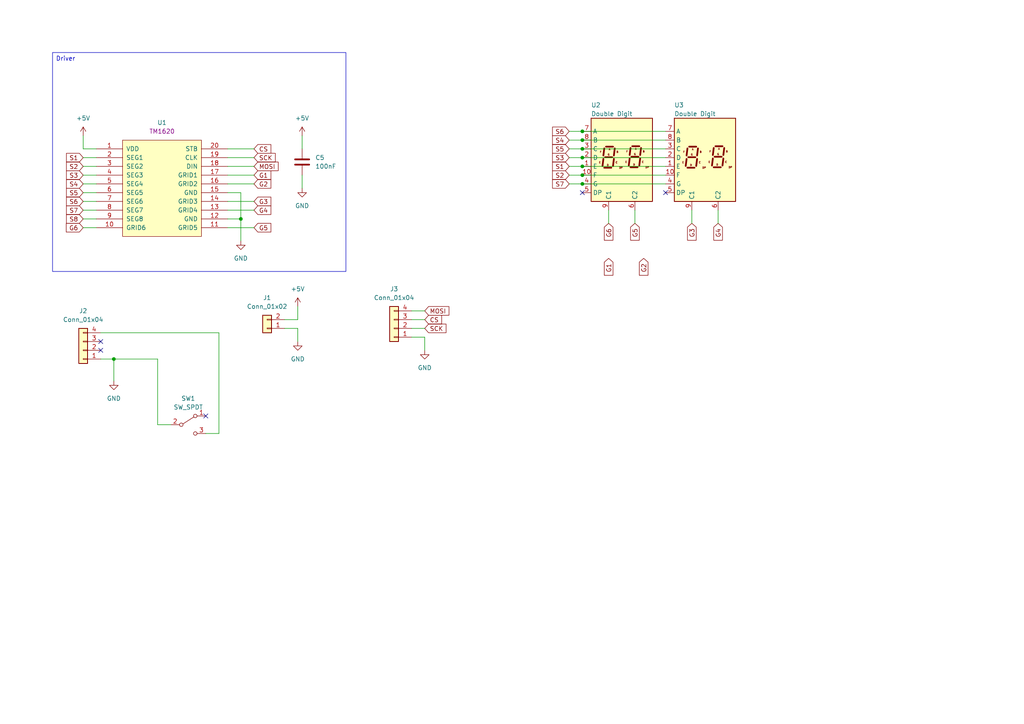
<source format=kicad_sch>
(kicad_sch (version 20230121) (generator eeschema)

  (uuid 63aa01c1-cb74-45aa-9461-2e944ac07051)

  (paper "A4")

  (lib_symbols
    (symbol "Connector_Generic:Conn_01x02" (pin_names (offset 1.016) hide) (in_bom yes) (on_board yes)
      (property "Reference" "J" (at 0 2.54 0)
        (effects (font (size 1.27 1.27)))
      )
      (property "Value" "Conn_01x02" (at 0 -5.08 0)
        (effects (font (size 1.27 1.27)))
      )
      (property "Footprint" "" (at 0 0 0)
        (effects (font (size 1.27 1.27)) hide)
      )
      (property "Datasheet" "~" (at 0 0 0)
        (effects (font (size 1.27 1.27)) hide)
      )
      (property "ki_keywords" "connector" (at 0 0 0)
        (effects (font (size 1.27 1.27)) hide)
      )
      (property "ki_description" "Generic connector, single row, 01x02, script generated (kicad-library-utils/schlib/autogen/connector/)" (at 0 0 0)
        (effects (font (size 1.27 1.27)) hide)
      )
      (property "ki_fp_filters" "Connector*:*_1x??_*" (at 0 0 0)
        (effects (font (size 1.27 1.27)) hide)
      )
      (symbol "Conn_01x02_1_1"
        (rectangle (start -1.27 -2.413) (end 0 -2.667)
          (stroke (width 0.1524) (type default))
          (fill (type none))
        )
        (rectangle (start -1.27 0.127) (end 0 -0.127)
          (stroke (width 0.1524) (type default))
          (fill (type none))
        )
        (rectangle (start -1.27 1.27) (end 1.27 -3.81)
          (stroke (width 0.254) (type default))
          (fill (type background))
        )
        (pin passive line (at -5.08 0 0) (length 3.81)
          (name "Pin_1" (effects (font (size 1.27 1.27))))
          (number "1" (effects (font (size 1.27 1.27))))
        )
        (pin passive line (at -5.08 -2.54 0) (length 3.81)
          (name "Pin_2" (effects (font (size 1.27 1.27))))
          (number "2" (effects (font (size 1.27 1.27))))
        )
      )
    )
    (symbol "Connector_Generic:Conn_01x04" (pin_names (offset 1.016) hide) (in_bom yes) (on_board yes)
      (property "Reference" "J" (at 0 5.08 0)
        (effects (font (size 1.27 1.27)))
      )
      (property "Value" "Conn_01x04" (at 0 -7.62 0)
        (effects (font (size 1.27 1.27)))
      )
      (property "Footprint" "" (at 0 0 0)
        (effects (font (size 1.27 1.27)) hide)
      )
      (property "Datasheet" "~" (at 0 0 0)
        (effects (font (size 1.27 1.27)) hide)
      )
      (property "ki_keywords" "connector" (at 0 0 0)
        (effects (font (size 1.27 1.27)) hide)
      )
      (property "ki_description" "Generic connector, single row, 01x04, script generated (kicad-library-utils/schlib/autogen/connector/)" (at 0 0 0)
        (effects (font (size 1.27 1.27)) hide)
      )
      (property "ki_fp_filters" "Connector*:*_1x??_*" (at 0 0 0)
        (effects (font (size 1.27 1.27)) hide)
      )
      (symbol "Conn_01x04_1_1"
        (rectangle (start -1.27 -4.953) (end 0 -5.207)
          (stroke (width 0.1524) (type default))
          (fill (type none))
        )
        (rectangle (start -1.27 -2.413) (end 0 -2.667)
          (stroke (width 0.1524) (type default))
          (fill (type none))
        )
        (rectangle (start -1.27 0.127) (end 0 -0.127)
          (stroke (width 0.1524) (type default))
          (fill (type none))
        )
        (rectangle (start -1.27 2.667) (end 0 2.413)
          (stroke (width 0.1524) (type default))
          (fill (type none))
        )
        (rectangle (start -1.27 3.81) (end 1.27 -6.35)
          (stroke (width 0.254) (type default))
          (fill (type background))
        )
        (pin passive line (at -5.08 2.54 0) (length 3.81)
          (name "Pin_1" (effects (font (size 1.27 1.27))))
          (number "1" (effects (font (size 1.27 1.27))))
        )
        (pin passive line (at -5.08 0 0) (length 3.81)
          (name "Pin_2" (effects (font (size 1.27 1.27))))
          (number "2" (effects (font (size 1.27 1.27))))
        )
        (pin passive line (at -5.08 -2.54 0) (length 3.81)
          (name "Pin_3" (effects (font (size 1.27 1.27))))
          (number "3" (effects (font (size 1.27 1.27))))
        )
        (pin passive line (at -5.08 -5.08 0) (length 3.81)
          (name "Pin_4" (effects (font (size 1.27 1.27))))
          (number "4" (effects (font (size 1.27 1.27))))
        )
      )
    )
    (symbol "Device:C" (pin_numbers hide) (pin_names (offset 0.254)) (in_bom yes) (on_board yes)
      (property "Reference" "C" (at 0.635 2.54 0)
        (effects (font (size 1.27 1.27)) (justify left))
      )
      (property "Value" "C" (at 0.635 -2.54 0)
        (effects (font (size 1.27 1.27)) (justify left))
      )
      (property "Footprint" "" (at 0.9652 -3.81 0)
        (effects (font (size 1.27 1.27)) hide)
      )
      (property "Datasheet" "~" (at 0 0 0)
        (effects (font (size 1.27 1.27)) hide)
      )
      (property "ki_keywords" "cap capacitor" (at 0 0 0)
        (effects (font (size 1.27 1.27)) hide)
      )
      (property "ki_description" "Unpolarized capacitor" (at 0 0 0)
        (effects (font (size 1.27 1.27)) hide)
      )
      (property "ki_fp_filters" "C_*" (at 0 0 0)
        (effects (font (size 1.27 1.27)) hide)
      )
      (symbol "C_0_1"
        (polyline
          (pts
            (xy -2.032 -0.762)
            (xy 2.032 -0.762)
          )
          (stroke (width 0.508) (type default))
          (fill (type none))
        )
        (polyline
          (pts
            (xy -2.032 0.762)
            (xy 2.032 0.762)
          )
          (stroke (width 0.508) (type default))
          (fill (type none))
        )
      )
      (symbol "C_1_1"
        (pin passive line (at 0 3.81 270) (length 2.794)
          (name "~" (effects (font (size 1.27 1.27))))
          (number "1" (effects (font (size 1.27 1.27))))
        )
        (pin passive line (at 0 -3.81 90) (length 2.794)
          (name "~" (effects (font (size 1.27 1.27))))
          (number "2" (effects (font (size 1.27 1.27))))
        )
      )
    )
    (symbol "Switch:SW_SPDT" (pin_names (offset 0) hide) (in_bom yes) (on_board yes)
      (property "Reference" "SW" (at 0 4.318 0)
        (effects (font (size 1.27 1.27)))
      )
      (property "Value" "SW_SPDT" (at 0 -5.08 0)
        (effects (font (size 1.27 1.27)))
      )
      (property "Footprint" "" (at 0 0 0)
        (effects (font (size 1.27 1.27)) hide)
      )
      (property "Datasheet" "~" (at 0 0 0)
        (effects (font (size 1.27 1.27)) hide)
      )
      (property "ki_keywords" "switch single-pole double-throw spdt ON-ON" (at 0 0 0)
        (effects (font (size 1.27 1.27)) hide)
      )
      (property "ki_description" "Switch, single pole double throw" (at 0 0 0)
        (effects (font (size 1.27 1.27)) hide)
      )
      (symbol "SW_SPDT_0_0"
        (circle (center -2.032 0) (radius 0.508)
          (stroke (width 0) (type default))
          (fill (type none))
        )
        (circle (center 2.032 -2.54) (radius 0.508)
          (stroke (width 0) (type default))
          (fill (type none))
        )
      )
      (symbol "SW_SPDT_0_1"
        (polyline
          (pts
            (xy -1.524 0.254)
            (xy 1.651 2.286)
          )
          (stroke (width 0) (type default))
          (fill (type none))
        )
        (circle (center 2.032 2.54) (radius 0.508)
          (stroke (width 0) (type default))
          (fill (type none))
        )
      )
      (symbol "SW_SPDT_1_1"
        (pin passive line (at 5.08 2.54 180) (length 2.54)
          (name "A" (effects (font (size 1.27 1.27))))
          (number "1" (effects (font (size 1.27 1.27))))
        )
        (pin passive line (at -5.08 0 0) (length 2.54)
          (name "B" (effects (font (size 1.27 1.27))))
          (number "2" (effects (font (size 1.27 1.27))))
        )
        (pin passive line (at 5.08 -2.54 180) (length 2.54)
          (name "C" (effects (font (size 1.27 1.27))))
          (number "3" (effects (font (size 1.27 1.27))))
        )
      )
    )
    (symbol "kiu:7 Segment Common Cathode CC" (in_bom yes) (on_board yes)
      (property "Reference" "U" (at -3.81 12.7 0)
        (effects (font (size 1.27 1.27)))
      )
      (property "Value" "Double Digit" (at 6.35 12.7 0)
        (effects (font (size 1.27 1.27)))
      )
      (property "Footprint" "Display_7Segment:Sx39-1xxxxx" (at 0 -13.97 0)
        (effects (font (size 1.27 1.27)) hide)
      )
      (property "Datasheet" "" (at 0 0 0)
        (effects (font (size 1.27 1.27)) hide)
      )
      (property "ki_keywords" "display LED 7-segment" (at 0 0 0)
        (effects (font (size 1.27 1.27)) hide)
      )
      (property "ki_fp_filters" "S?39?1*" (at 0 0 0)
        (effects (font (size 1.27 1.27)) hide)
      )
      (symbol "7 Segment Common Cathode CC_1_0"
        (text "A" (at 0.254 2.413 0)
          (effects (font (size 0.508 0.508)))
        )
        (text "A" (at 7.874 2.54 0)
          (effects (font (size 0.508 0.508)))
        )
        (text "B" (at 2.54 1.651 0)
          (effects (font (size 0.508 0.508)))
        )
        (text "B" (at 10.16 1.778 0)
          (effects (font (size 0.508 0.508)))
        )
        (text "C" (at 2.286 -1.397 0)
          (effects (font (size 0.508 0.508)))
        )
        (text "C" (at 9.906 -1.27 0)
          (effects (font (size 0.508 0.508)))
        )
        (text "D" (at -0.254 -2.159 0)
          (effects (font (size 0.508 0.508)))
        )
        (text "D" (at 7.366 -2.032 0)
          (effects (font (size 0.508 0.508)))
        )
        (text "DP" (at 3.556 -2.921 0)
          (effects (font (size 0.508 0.508)))
        )
        (text "DP" (at 11.176 -2.794 0)
          (effects (font (size 0.508 0.508)))
        )
        (text "E" (at -2.54 -1.397 0)
          (effects (font (size 0.508 0.508)))
        )
        (text "E" (at 5.08 -1.27 0)
          (effects (font (size 0.508 0.508)))
        )
        (text "F" (at -2.286 1.651 0)
          (effects (font (size 0.508 0.508)))
        )
        (text "F" (at 5.334 1.778 0)
          (effects (font (size 0.508 0.508)))
        )
        (text "G" (at 0 0.889 0)
          (effects (font (size 0.508 0.508)))
        )
        (text "G" (at 7.62 1.016 0)
          (effects (font (size 0.508 0.508)))
        )
      )
      (symbol "7 Segment Common Cathode CC_1_1"
        (rectangle (start -5.08 11.43) (end 12.7 -12.7)
          (stroke (width 0.254) (type default))
          (fill (type background))
        )
        (polyline
          (pts
            (xy -1.524 -0.381)
            (xy -1.778 -2.413)
          )
          (stroke (width 0.508) (type default))
          (fill (type none))
        )
        (polyline
          (pts
            (xy -1.27 -2.921)
            (xy 0.762 -2.921)
          )
          (stroke (width 0.508) (type default))
          (fill (type none))
        )
        (polyline
          (pts
            (xy -1.27 2.667)
            (xy -1.524 0.635)
          )
          (stroke (width 0.508) (type default))
          (fill (type none))
        )
        (polyline
          (pts
            (xy -1.016 0.127)
            (xy 1.016 0.127)
          )
          (stroke (width 0.508) (type default))
          (fill (type none))
        )
        (polyline
          (pts
            (xy -0.762 3.175)
            (xy 1.27 3.175)
          )
          (stroke (width 0.508) (type default))
          (fill (type none))
        )
        (polyline
          (pts
            (xy 1.524 -0.381)
            (xy 1.27 -2.413)
          )
          (stroke (width 0.508) (type default))
          (fill (type none))
        )
        (polyline
          (pts
            (xy 1.778 2.667)
            (xy 1.524 0.635)
          )
          (stroke (width 0.508) (type default))
          (fill (type none))
        )
        (polyline
          (pts
            (xy 2.54 -2.921)
            (xy 2.54 -2.921)
          )
          (stroke (width 0.508) (type default))
          (fill (type none))
        )
        (polyline
          (pts
            (xy 6.096 -0.254)
            (xy 5.842 -2.286)
          )
          (stroke (width 0.508) (type default))
          (fill (type none))
        )
        (polyline
          (pts
            (xy 6.35 -2.794)
            (xy 8.382 -2.794)
          )
          (stroke (width 0.508) (type default))
          (fill (type none))
        )
        (polyline
          (pts
            (xy 6.35 2.794)
            (xy 6.096 0.762)
          )
          (stroke (width 0.508) (type default))
          (fill (type none))
        )
        (polyline
          (pts
            (xy 6.604 0.254)
            (xy 8.636 0.254)
          )
          (stroke (width 0.508) (type default))
          (fill (type none))
        )
        (polyline
          (pts
            (xy 6.858 3.302)
            (xy 8.89 3.302)
          )
          (stroke (width 0.508) (type default))
          (fill (type none))
        )
        (polyline
          (pts
            (xy 9.144 -0.254)
            (xy 8.89 -2.286)
          )
          (stroke (width 0.508) (type default))
          (fill (type none))
        )
        (polyline
          (pts
            (xy 9.398 2.794)
            (xy 9.144 0.762)
          )
          (stroke (width 0.508) (type default))
          (fill (type none))
        )
        (polyline
          (pts
            (xy 10.16 -2.794)
            (xy 10.16 -2.794)
          )
          (stroke (width 0.508) (type default))
          (fill (type none))
        )
        (pin input line (at -7.62 -2.54 0) (length 2.54)
          (name "E" (effects (font (size 1.27 1.27))))
          (number "1" (effects (font (size 1.27 1.27))))
        )
        (pin input line (at -7.62 -5.08 0) (length 2.54)
          (name "F" (effects (font (size 1.27 1.27))))
          (number "10" (effects (font (size 1.27 1.27))))
        )
        (pin input line (at -7.62 0 0) (length 2.54)
          (name "D" (effects (font (size 1.27 1.27))))
          (number "2" (effects (font (size 1.27 1.27))))
        )
        (pin input line (at -7.62 2.54 0) (length 2.54)
          (name "C" (effects (font (size 1.27 1.27))))
          (number "3" (effects (font (size 1.27 1.27))))
        )
        (pin input line (at -7.62 -7.62 0) (length 2.54)
          (name "G" (effects (font (size 1.27 1.27))))
          (number "4" (effects (font (size 1.27 1.27))))
        )
        (pin input line (at -7.62 -10.16 0) (length 2.54)
          (name "DP" (effects (font (size 1.27 1.27))))
          (number "5" (effects (font (size 1.27 1.27))))
        )
        (pin input line (at 7.62 -15.24 90) (length 2.54)
          (name "C2" (effects (font (size 1.27 1.27))))
          (number "6" (effects (font (size 1.27 1.27))))
        )
        (pin input line (at -7.62 7.62 0) (length 2.54)
          (name "A" (effects (font (size 1.27 1.27))))
          (number "7" (effects (font (size 1.27 1.27))))
        )
        (pin input line (at -7.62 5.08 0) (length 2.54)
          (name "B" (effects (font (size 1.27 1.27))))
          (number "8" (effects (font (size 1.27 1.27))))
        )
        (pin input line (at 0 -15.24 90) (length 2.54)
          (name "C1" (effects (font (size 1.27 1.27))))
          (number "9" (effects (font (size 1.27 1.27))))
        )
      )
    )
    (symbol "kiu:TM1620_[C19579]" (pin_names (offset 1.016)) (in_bom yes) (on_board yes)
      (property "Reference" "U" (at -0.0254 1.27 0)
        (effects (font (size 1.27 1.27)) (justify left bottom))
      )
      (property "Value" "TM1620_[C19579]" (at 1.2446 3.81 0)
        (effects (font (size 1.27 1.27)) (justify left bottom) hide)
      )
      (property "Footprint" "lc_lib:SOIC-20_300MIL" (at -0.0254 -33.02 0)
        (effects (font (size 1.27 1.27)) (justify left bottom) hide)
      )
      (property "Datasheet" "http://www.szlcsc.com/product/details_20288.html" (at -0.0254 -30.48 0)
        (effects (font (size 1.27 1.27)) (justify left bottom) hide)
      )
      (property "description" "LED驱动" (at 0 0 0)
        (effects (font (size 1.27 1.27)) hide)
      )
      (property "ComponentLink1Description" "供应商链接" (at -0.0254 -35.56 0)
        (effects (font (size 1.27 1.27)) (justify left bottom) hide)
      )
      (property "Package" "SOIC-20_300mil" (at -0.0254 -38.1 0)
        (effects (font (size 1.27 1.27)) (justify left bottom) hide)
      )
      (property "Supplier" "LC" (at -0.0254 -40.64 0)
        (effects (font (size 1.27 1.27)) (justify left bottom) hide)
      )
      (property "SuppliersPartNumber" "C19579" (at -0.0254 -43.18 0)
        (effects (font (size 1.27 1.27)) (justify left bottom) hide)
      )
      (property "Notepad" "" (at -0.0254 -45.72 0)
        (effects (font (size 1.27 1.27)) (justify left bottom) hide)
      )
      (property "Comment" "TM1620" (at 3.7846 1.27 0)
        (effects (font (size 1.27 1.27)) (justify left bottom))
      )
      (symbol "TM1620_[C19579]_1_1"
        (rectangle (start 7.62 -27.94) (end 30.48 0)
          (stroke (width 0) (type solid))
          (fill (type background))
        )
        (pin passive line (at 0 -2.54 0) (length 7.62)
          (name "VDD" (effects (font (size 1.27 1.27))))
          (number "1" (effects (font (size 1.27 1.27))))
        )
        (pin passive line (at 0 -25.4 0) (length 7.62)
          (name "GRID6" (effects (font (size 1.27 1.27))))
          (number "10" (effects (font (size 1.27 1.27))))
        )
        (pin passive line (at 38.1 -25.4 180) (length 7.62)
          (name "GRID5" (effects (font (size 1.27 1.27))))
          (number "11" (effects (font (size 1.27 1.27))))
        )
        (pin passive line (at 38.1 -22.86 180) (length 7.62)
          (name "GND" (effects (font (size 1.27 1.27))))
          (number "12" (effects (font (size 1.27 1.27))))
        )
        (pin passive line (at 38.1 -20.32 180) (length 7.62)
          (name "GRID4" (effects (font (size 1.27 1.27))))
          (number "13" (effects (font (size 1.27 1.27))))
        )
        (pin passive line (at 38.1 -17.78 180) (length 7.62)
          (name "GRID3" (effects (font (size 1.27 1.27))))
          (number "14" (effects (font (size 1.27 1.27))))
        )
        (pin passive line (at 38.1 -15.24 180) (length 7.62)
          (name "GND" (effects (font (size 1.27 1.27))))
          (number "15" (effects (font (size 1.27 1.27))))
        )
        (pin passive line (at 38.1 -12.7 180) (length 7.62)
          (name "GRID2" (effects (font (size 1.27 1.27))))
          (number "16" (effects (font (size 1.27 1.27))))
        )
        (pin passive line (at 38.1 -10.16 180) (length 7.62)
          (name "GRID1" (effects (font (size 1.27 1.27))))
          (number "17" (effects (font (size 1.27 1.27))))
        )
        (pin passive line (at 38.1 -7.62 180) (length 7.62)
          (name "DIN" (effects (font (size 1.27 1.27))))
          (number "18" (effects (font (size 1.27 1.27))))
        )
        (pin passive line (at 38.1 -5.08 180) (length 7.62)
          (name "CLK" (effects (font (size 1.27 1.27))))
          (number "19" (effects (font (size 1.27 1.27))))
        )
        (pin passive line (at 0 -5.08 0) (length 7.62)
          (name "SEG1" (effects (font (size 1.27 1.27))))
          (number "2" (effects (font (size 1.27 1.27))))
        )
        (pin passive line (at 38.1 -2.54 180) (length 7.62)
          (name "STB" (effects (font (size 1.27 1.27))))
          (number "20" (effects (font (size 1.27 1.27))))
        )
        (pin passive line (at 0 -7.62 0) (length 7.62)
          (name "SEG2" (effects (font (size 1.27 1.27))))
          (number "3" (effects (font (size 1.27 1.27))))
        )
        (pin passive line (at 0 -10.16 0) (length 7.62)
          (name "SEG3" (effects (font (size 1.27 1.27))))
          (number "4" (effects (font (size 1.27 1.27))))
        )
        (pin passive line (at 0 -12.7 0) (length 7.62)
          (name "SEG4" (effects (font (size 1.27 1.27))))
          (number "5" (effects (font (size 1.27 1.27))))
        )
        (pin passive line (at 0 -15.24 0) (length 7.62)
          (name "SEG5" (effects (font (size 1.27 1.27))))
          (number "6" (effects (font (size 1.27 1.27))))
        )
        (pin passive line (at 0 -17.78 0) (length 7.62)
          (name "SEG6" (effects (font (size 1.27 1.27))))
          (number "7" (effects (font (size 1.27 1.27))))
        )
        (pin passive line (at 0 -20.32 0) (length 7.62)
          (name "SEG7" (effects (font (size 1.27 1.27))))
          (number "8" (effects (font (size 1.27 1.27))))
        )
        (pin passive line (at 0 -22.86 0) (length 7.62)
          (name "SEG8" (effects (font (size 1.27 1.27))))
          (number "9" (effects (font (size 1.27 1.27))))
        )
      )
    )
    (symbol "power:+5V" (power) (pin_names (offset 0)) (in_bom yes) (on_board yes)
      (property "Reference" "#PWR" (at 0 -3.81 0)
        (effects (font (size 1.27 1.27)) hide)
      )
      (property "Value" "+5V" (at 0 3.556 0)
        (effects (font (size 1.27 1.27)))
      )
      (property "Footprint" "" (at 0 0 0)
        (effects (font (size 1.27 1.27)) hide)
      )
      (property "Datasheet" "" (at 0 0 0)
        (effects (font (size 1.27 1.27)) hide)
      )
      (property "ki_keywords" "global power" (at 0 0 0)
        (effects (font (size 1.27 1.27)) hide)
      )
      (property "ki_description" "Power symbol creates a global label with name \"+5V\"" (at 0 0 0)
        (effects (font (size 1.27 1.27)) hide)
      )
      (symbol "+5V_0_1"
        (polyline
          (pts
            (xy -0.762 1.27)
            (xy 0 2.54)
          )
          (stroke (width 0) (type default))
          (fill (type none))
        )
        (polyline
          (pts
            (xy 0 0)
            (xy 0 2.54)
          )
          (stroke (width 0) (type default))
          (fill (type none))
        )
        (polyline
          (pts
            (xy 0 2.54)
            (xy 0.762 1.27)
          )
          (stroke (width 0) (type default))
          (fill (type none))
        )
      )
      (symbol "+5V_1_1"
        (pin power_in line (at 0 0 90) (length 0) hide
          (name "+5V" (effects (font (size 1.27 1.27))))
          (number "1" (effects (font (size 1.27 1.27))))
        )
      )
    )
    (symbol "power:GND" (power) (pin_names (offset 0)) (in_bom yes) (on_board yes)
      (property "Reference" "#PWR" (at 0 -6.35 0)
        (effects (font (size 1.27 1.27)) hide)
      )
      (property "Value" "GND" (at 0 -3.81 0)
        (effects (font (size 1.27 1.27)))
      )
      (property "Footprint" "" (at 0 0 0)
        (effects (font (size 1.27 1.27)) hide)
      )
      (property "Datasheet" "" (at 0 0 0)
        (effects (font (size 1.27 1.27)) hide)
      )
      (property "ki_keywords" "global power" (at 0 0 0)
        (effects (font (size 1.27 1.27)) hide)
      )
      (property "ki_description" "Power symbol creates a global label with name \"GND\" , ground" (at 0 0 0)
        (effects (font (size 1.27 1.27)) hide)
      )
      (symbol "GND_0_1"
        (polyline
          (pts
            (xy 0 0)
            (xy 0 -1.27)
            (xy 1.27 -1.27)
            (xy 0 -2.54)
            (xy -1.27 -1.27)
            (xy 0 -1.27)
          )
          (stroke (width 0) (type default))
          (fill (type none))
        )
      )
      (symbol "GND_1_1"
        (pin power_in line (at 0 0 270) (length 0) hide
          (name "GND" (effects (font (size 1.27 1.27))))
          (number "1" (effects (font (size 1.27 1.27))))
        )
      )
    )
  )

  (junction (at 168.91 43.18) (diameter 0) (color 0 0 0 0)
    (uuid 05101e94-e7f6-424f-acc4-9e3afeb51913)
  )
  (junction (at 168.91 38.1) (diameter 0) (color 0 0 0 0)
    (uuid 3d7039a3-ee26-4d51-861b-778141578055)
  )
  (junction (at 168.91 45.72) (diameter 0) (color 0 0 0 0)
    (uuid 5e4997c3-ff4c-464c-a7ad-6620e5391a06)
  )
  (junction (at 168.91 48.26) (diameter 0) (color 0 0 0 0)
    (uuid 68e3c7b7-ca76-46bc-951f-db00b549d12a)
  )
  (junction (at 168.91 40.64) (diameter 0) (color 0 0 0 0)
    (uuid 7eef1751-bcaa-44ae-887e-5c48739ff0de)
  )
  (junction (at 168.91 53.34) (diameter 0) (color 0 0 0 0)
    (uuid a1a48389-cbe3-42d2-bc91-b094da8c7138)
  )
  (junction (at 69.85 63.5) (diameter 0) (color 0 0 0 0)
    (uuid bf98f93c-82bc-47ff-8b99-a57f3018241f)
  )
  (junction (at 168.91 50.8) (diameter 0) (color 0 0 0 0)
    (uuid d3c45f2a-74f9-4fba-8634-aeebfe4621b8)
  )
  (junction (at 33.02 104.14) (diameter 0) (color 0 0 0 0)
    (uuid efe822ba-fefc-4632-9a39-def8fbd89de7)
  )

  (no_connect (at 29.21 101.6) (uuid 2fe34db5-0ce2-4b7c-ba09-ad1581d651cf))
  (no_connect (at 29.21 99.06) (uuid 60fb7da8-217d-4a07-961f-3f56611c73d1))
  (no_connect (at 193.04 55.88) (uuid 990a2f34-5dd8-4dc5-9571-efcfa6115895))
  (no_connect (at 59.69 120.65) (uuid daaeab2e-9a19-4937-9faa-61ea3385577a))
  (no_connect (at 168.91 55.88) (uuid dc11023c-87b4-4981-92f5-08d7afb00af8))

  (wire (pts (xy 66.04 55.88) (xy 69.85 55.88))
    (stroke (width 0) (type default))
    (uuid 00007cc7-eda6-496f-a186-e2353de70d9e)
  )
  (wire (pts (xy 82.55 92.71) (xy 86.36 92.71))
    (stroke (width 0) (type default))
    (uuid 00317222-f891-48a4-93f9-076946e3465e)
  )
  (wire (pts (xy 66.04 53.34) (xy 73.66 53.34))
    (stroke (width 0) (type default))
    (uuid 01311674-590e-4afc-8afa-32a01f62a815)
  )
  (wire (pts (xy 45.72 123.19) (xy 49.53 123.19))
    (stroke (width 0) (type default))
    (uuid 074114fb-8eaf-408a-9c72-f20243926264)
  )
  (wire (pts (xy 24.13 66.04) (xy 27.94 66.04))
    (stroke (width 0) (type default))
    (uuid 0839829b-7680-43aa-ad85-5c7d836a1a3c)
  )
  (wire (pts (xy 168.91 40.64) (xy 193.04 40.64))
    (stroke (width 0) (type default))
    (uuid 152d591c-258f-4f9f-ab02-a809defe6a2f)
  )
  (wire (pts (xy 168.91 48.26) (xy 193.04 48.26))
    (stroke (width 0) (type default))
    (uuid 2170c0cc-5894-471e-a957-d78b737ac359)
  )
  (wire (pts (xy 86.36 99.06) (xy 86.36 95.25))
    (stroke (width 0) (type default))
    (uuid 2358f792-fb9c-45b0-b598-709ee11002b1)
  )
  (wire (pts (xy 168.91 45.72) (xy 193.04 45.72))
    (stroke (width 0) (type default))
    (uuid 25575094-4a6c-488f-abbc-e9f111056c3b)
  )
  (wire (pts (xy 59.69 125.73) (xy 63.5 125.73))
    (stroke (width 0) (type default))
    (uuid 28a666a9-4af3-4246-a9d2-45431b0818d8)
  )
  (wire (pts (xy 168.91 43.18) (xy 193.04 43.18))
    (stroke (width 0) (type default))
    (uuid 28d71347-41a0-444c-810c-52a6e0fc97b2)
  )
  (wire (pts (xy 86.36 95.25) (xy 82.55 95.25))
    (stroke (width 0) (type default))
    (uuid 2ba96e13-eb2e-46d6-a03c-92fff2c9abe5)
  )
  (wire (pts (xy 66.04 60.96) (xy 73.66 60.96))
    (stroke (width 0) (type default))
    (uuid 2ead3a8d-35f3-4da1-9b2a-ad87f0a1fca9)
  )
  (wire (pts (xy 176.53 60.96) (xy 176.53 64.77))
    (stroke (width 0) (type default))
    (uuid 33ece653-dd1f-4563-91ea-5f88c9853d5a)
  )
  (wire (pts (xy 168.91 50.8) (xy 193.04 50.8))
    (stroke (width 0) (type default))
    (uuid 3e29bb59-fb85-4c13-9ceb-9ab2e61b7c81)
  )
  (wire (pts (xy 24.13 60.96) (xy 27.94 60.96))
    (stroke (width 0) (type default))
    (uuid 3ee3bb45-188a-490f-951c-ca54ede8946b)
  )
  (wire (pts (xy 24.13 48.26) (xy 27.94 48.26))
    (stroke (width 0) (type default))
    (uuid 4a44ebaa-ac13-4c68-9b77-b9aaf84c9085)
  )
  (wire (pts (xy 87.63 50.8) (xy 87.63 54.61))
    (stroke (width 0) (type default))
    (uuid 4a5e7212-7081-4683-ba1d-b46fcc6992f8)
  )
  (wire (pts (xy 66.04 50.8) (xy 73.66 50.8))
    (stroke (width 0) (type default))
    (uuid 4d480419-a9a5-425a-9d52-5b424ed96dae)
  )
  (wire (pts (xy 119.38 95.25) (xy 123.19 95.25))
    (stroke (width 0) (type default))
    (uuid 4f66de4d-3e4a-493d-8b6e-52701b07433c)
  )
  (wire (pts (xy 63.5 96.52) (xy 63.5 125.73))
    (stroke (width 0) (type default))
    (uuid 5667946a-7892-4fe7-b028-6373c8af38e8)
  )
  (wire (pts (xy 119.38 92.71) (xy 123.19 92.71))
    (stroke (width 0) (type default))
    (uuid 57ae3f12-9249-499a-976d-2c082f4bf8b8)
  )
  (wire (pts (xy 33.02 104.14) (xy 33.02 110.49))
    (stroke (width 0) (type default))
    (uuid 5be72e7c-f9c9-468d-9584-3786b1379ae5)
  )
  (wire (pts (xy 200.66 60.96) (xy 200.66 64.77))
    (stroke (width 0) (type default))
    (uuid 68dad682-fba8-43f2-8182-2b328d58ee49)
  )
  (wire (pts (xy 66.04 63.5) (xy 69.85 63.5))
    (stroke (width 0) (type default))
    (uuid 6998091e-2623-4efc-a58d-ccb3f823778d)
  )
  (wire (pts (xy 27.94 43.18) (xy 24.13 43.18))
    (stroke (width 0) (type default))
    (uuid 74d4e980-6964-4124-8724-967ff1e484c1)
  )
  (wire (pts (xy 24.13 63.5) (xy 27.94 63.5))
    (stroke (width 0) (type default))
    (uuid 74f4ef55-f765-4fe4-ae11-bfa88ca3194a)
  )
  (wire (pts (xy 123.19 97.79) (xy 119.38 97.79))
    (stroke (width 0) (type default))
    (uuid 7504243e-beb9-4d0b-8870-31e8a90bdec4)
  )
  (wire (pts (xy 184.15 60.96) (xy 184.15 64.77))
    (stroke (width 0) (type default))
    (uuid 7da3fff0-bb9a-4d45-8ff5-b218a3a1cc7d)
  )
  (wire (pts (xy 165.1 38.1) (xy 168.91 38.1))
    (stroke (width 0) (type default))
    (uuid 7ebdc5d4-8b6f-406a-b771-8fa762bcf5b9)
  )
  (wire (pts (xy 24.13 53.34) (xy 27.94 53.34))
    (stroke (width 0) (type default))
    (uuid 837084db-8e88-4722-8c31-3bf22b1accf6)
  )
  (wire (pts (xy 208.28 60.96) (xy 208.28 64.77))
    (stroke (width 0) (type default))
    (uuid 8c10e285-f81d-4686-a61a-948a2ae2e996)
  )
  (wire (pts (xy 66.04 66.04) (xy 73.66 66.04))
    (stroke (width 0) (type default))
    (uuid 8c6fa378-e585-4114-94b3-40fbf52485ed)
  )
  (wire (pts (xy 24.13 55.88) (xy 27.94 55.88))
    (stroke (width 0) (type default))
    (uuid 92771ad6-4e69-46d5-9194-8c42b372ee18)
  )
  (wire (pts (xy 29.21 96.52) (xy 63.5 96.52))
    (stroke (width 0) (type default))
    (uuid 988169ad-fc93-4b7d-b20f-f5b6e1e53f9f)
  )
  (wire (pts (xy 165.1 45.72) (xy 168.91 45.72))
    (stroke (width 0) (type default))
    (uuid 98e18aa6-d1ca-4204-b864-5c8666e6d928)
  )
  (wire (pts (xy 165.1 43.18) (xy 168.91 43.18))
    (stroke (width 0) (type default))
    (uuid a5598e6d-d7a8-438f-881a-157be6a9e803)
  )
  (wire (pts (xy 24.13 45.72) (xy 27.94 45.72))
    (stroke (width 0) (type default))
    (uuid a9e5a5c2-d3c2-4f49-80c2-8250134d51c8)
  )
  (wire (pts (xy 165.1 50.8) (xy 168.91 50.8))
    (stroke (width 0) (type default))
    (uuid acaf85bb-f741-4f75-b731-04d428b91de8)
  )
  (wire (pts (xy 123.19 101.6) (xy 123.19 97.79))
    (stroke (width 0) (type default))
    (uuid ad3337f8-d875-4617-8c84-f01edf83fec9)
  )
  (wire (pts (xy 119.38 90.17) (xy 123.19 90.17))
    (stroke (width 0) (type default))
    (uuid b89db2bc-e808-4092-a924-44d20142c5e5)
  )
  (wire (pts (xy 87.63 39.37) (xy 87.63 43.18))
    (stroke (width 0) (type default))
    (uuid bb14a196-7c7b-4bc9-b16b-a11f52eab364)
  )
  (wire (pts (xy 33.02 104.14) (xy 45.72 104.14))
    (stroke (width 0) (type default))
    (uuid bbde6a90-5522-43b6-9b64-8d9cf84c9a84)
  )
  (wire (pts (xy 69.85 63.5) (xy 69.85 69.85))
    (stroke (width 0) (type default))
    (uuid c0ea80ca-a754-4a07-854f-616be7c6eeb3)
  )
  (wire (pts (xy 168.91 38.1) (xy 193.04 38.1))
    (stroke (width 0) (type default))
    (uuid d3975693-4dc7-42c9-aa47-d2658907114c)
  )
  (wire (pts (xy 165.1 48.26) (xy 168.91 48.26))
    (stroke (width 0) (type default))
    (uuid d3b50f68-a9dd-42ee-8903-0a64cb8afb55)
  )
  (wire (pts (xy 66.04 45.72) (xy 73.66 45.72))
    (stroke (width 0) (type default))
    (uuid d4dfe464-0a27-4838-81f8-b056784346a7)
  )
  (wire (pts (xy 66.04 58.42) (xy 73.66 58.42))
    (stroke (width 0) (type default))
    (uuid d4ff4ed5-6c7f-4ccc-80b3-e4521d88dd72)
  )
  (wire (pts (xy 45.72 104.14) (xy 45.72 123.19))
    (stroke (width 0) (type default))
    (uuid d66453cc-c0f4-45ec-a0be-665a8c14cd6f)
  )
  (wire (pts (xy 86.36 92.71) (xy 86.36 88.9))
    (stroke (width 0) (type default))
    (uuid d820f8bd-f976-4f8e-8569-bda73198f0db)
  )
  (wire (pts (xy 24.13 50.8) (xy 27.94 50.8))
    (stroke (width 0) (type default))
    (uuid db6436c0-e4ca-4740-be78-6d1ec67e3d38)
  )
  (wire (pts (xy 66.04 43.18) (xy 73.66 43.18))
    (stroke (width 0) (type default))
    (uuid e3583705-e29a-41b7-b1d2-d8dd830b0753)
  )
  (wire (pts (xy 168.91 53.34) (xy 193.04 53.34))
    (stroke (width 0) (type default))
    (uuid e938bfe6-4dec-48dd-a57b-b2400d848dad)
  )
  (wire (pts (xy 24.13 43.18) (xy 24.13 39.37))
    (stroke (width 0) (type default))
    (uuid f091945a-9c8a-4d79-8e83-17241e305aae)
  )
  (wire (pts (xy 165.1 40.64) (xy 168.91 40.64))
    (stroke (width 0) (type default))
    (uuid f3b3b8ef-551c-477b-a172-02c2523e1dd5)
  )
  (wire (pts (xy 69.85 55.88) (xy 69.85 63.5))
    (stroke (width 0) (type default))
    (uuid f6282e29-2ebf-462e-bc36-58f4da216337)
  )
  (wire (pts (xy 165.1 53.34) (xy 168.91 53.34))
    (stroke (width 0) (type default))
    (uuid f898297d-509c-4308-943b-fcfb91e19935)
  )
  (wire (pts (xy 66.04 48.26) (xy 73.66 48.26))
    (stroke (width 0) (type default))
    (uuid fcae4046-c99b-4909-8863-bba46c2eac21)
  )
  (wire (pts (xy 24.13 58.42) (xy 27.94 58.42))
    (stroke (width 0) (type default))
    (uuid fce3f410-ff44-40c0-94c0-03a31af3b5dc)
  )
  (wire (pts (xy 29.21 104.14) (xy 33.02 104.14))
    (stroke (width 0) (type default))
    (uuid fe376363-c1e5-421a-b6a6-bf0ee0a42049)
  )

  (text_box "Driver"
    (at 15.24 15.24 0) (size 85.09 63.5)
    (stroke (width 0) (type default))
    (fill (type none))
    (effects (font (size 1.27 1.27)) (justify left top))
    (uuid 7c2bef72-39f5-4371-b30f-c3e84630c172)
  )

  (global_label "G3" (shape input) (at 73.66 58.42 0) (fields_autoplaced)
    (effects (font (size 1.27 1.27)) (justify left))
    (uuid 042d76b7-32b0-40cd-ba7a-e37797b35b0c)
    (property "Intersheetrefs" "${INTERSHEET_REFS}" (at 79.1247 58.42 0)
      (effects (font (size 1.27 1.27)) (justify left) hide)
    )
  )
  (global_label "S1" (shape input) (at 24.13 45.72 180) (fields_autoplaced)
    (effects (font (size 1.27 1.27)) (justify right))
    (uuid 2322b444-79aa-4137-9dbd-05839d682933)
    (property "Intersheetrefs" "${INTERSHEET_REFS}" (at 18.7258 45.72 0)
      (effects (font (size 1.27 1.27)) (justify right) hide)
    )
  )
  (global_label "S4" (shape input) (at 165.1 40.64 180) (fields_autoplaced)
    (effects (font (size 1.27 1.27)) (justify right))
    (uuid 232a8887-274c-4cb0-9472-fe2baefa4d49)
    (property "Intersheetrefs" "${INTERSHEET_REFS}" (at 159.6958 40.64 0)
      (effects (font (size 1.27 1.27)) (justify right) hide)
    )
  )
  (global_label "CS" (shape input) (at 73.66 43.18 0) (fields_autoplaced)
    (effects (font (size 1.27 1.27)) (justify left))
    (uuid 236f3881-2af5-40e3-ad4c-4d6d2500d05b)
    (property "Intersheetrefs" "${INTERSHEET_REFS}" (at 79.1247 43.18 0)
      (effects (font (size 1.27 1.27)) (justify left) hide)
    )
  )
  (global_label "SCK" (shape input) (at 73.66 45.72 0) (fields_autoplaced)
    (effects (font (size 1.27 1.27)) (justify left))
    (uuid 25ca90a7-beae-448a-b14e-0489246b429f)
    (property "Intersheetrefs" "${INTERSHEET_REFS}" (at 80.3947 45.72 0)
      (effects (font (size 1.27 1.27)) (justify left) hide)
    )
  )
  (global_label "S4" (shape input) (at 24.13 53.34 180) (fields_autoplaced)
    (effects (font (size 1.27 1.27)) (justify right))
    (uuid 278d63ae-ffd0-4d92-aed3-54dc830676af)
    (property "Intersheetrefs" "${INTERSHEET_REFS}" (at 18.7258 53.34 0)
      (effects (font (size 1.27 1.27)) (justify right) hide)
    )
  )
  (global_label "S7" (shape input) (at 165.1 53.34 180) (fields_autoplaced)
    (effects (font (size 1.27 1.27)) (justify right))
    (uuid 28a9a553-ce8e-4f43-a273-9a0b9653976d)
    (property "Intersheetrefs" "${INTERSHEET_REFS}" (at 159.6958 53.34 0)
      (effects (font (size 1.27 1.27)) (justify right) hide)
    )
  )
  (global_label "S2" (shape input) (at 24.13 48.26 180) (fields_autoplaced)
    (effects (font (size 1.27 1.27)) (justify right))
    (uuid 54de11de-7c35-4649-913e-1156c5d0dd14)
    (property "Intersheetrefs" "${INTERSHEET_REFS}" (at 18.7258 48.26 0)
      (effects (font (size 1.27 1.27)) (justify right) hide)
    )
  )
  (global_label "G6" (shape input) (at 24.13 66.04 180) (fields_autoplaced)
    (effects (font (size 1.27 1.27)) (justify right))
    (uuid 5f2e5f89-5dc6-452c-907d-72dc661c7356)
    (property "Intersheetrefs" "${INTERSHEET_REFS}" (at 18.6653 66.04 0)
      (effects (font (size 1.27 1.27)) (justify right) hide)
    )
  )
  (global_label "S6" (shape input) (at 24.13 58.42 180) (fields_autoplaced)
    (effects (font (size 1.27 1.27)) (justify right))
    (uuid 6267040d-6aec-4a1b-959b-e9f70eb14f71)
    (property "Intersheetrefs" "${INTERSHEET_REFS}" (at 18.7258 58.42 0)
      (effects (font (size 1.27 1.27)) (justify right) hide)
    )
  )
  (global_label "S3" (shape input) (at 24.13 50.8 180) (fields_autoplaced)
    (effects (font (size 1.27 1.27)) (justify right))
    (uuid 738f06e1-529e-4cc3-91c7-a7f7c27314eb)
    (property "Intersheetrefs" "${INTERSHEET_REFS}" (at 18.7258 50.8 0)
      (effects (font (size 1.27 1.27)) (justify right) hide)
    )
  )
  (global_label "S6" (shape input) (at 165.1 38.1 180) (fields_autoplaced)
    (effects (font (size 1.27 1.27)) (justify right))
    (uuid 7d4608a0-2b91-4f14-8df3-78e68e928b7d)
    (property "Intersheetrefs" "${INTERSHEET_REFS}" (at 159.6958 38.1 0)
      (effects (font (size 1.27 1.27)) (justify right) hide)
    )
  )
  (global_label "G6" (shape input) (at 176.53 64.77 270) (fields_autoplaced)
    (effects (font (size 1.27 1.27)) (justify right))
    (uuid 8493007a-ce6d-4e1c-bea4-42c869c2ad48)
    (property "Intersheetrefs" "${INTERSHEET_REFS}" (at 176.53 70.2347 90)
      (effects (font (size 1.27 1.27)) (justify right) hide)
    )
  )
  (global_label "MOSI" (shape input) (at 123.19 90.17 0) (fields_autoplaced)
    (effects (font (size 1.27 1.27)) (justify left))
    (uuid 87de45bd-dbd4-4246-b965-943fa5c0fb1d)
    (property "Intersheetrefs" "${INTERSHEET_REFS}" (at 130.7714 90.17 0)
      (effects (font (size 1.27 1.27)) (justify left) hide)
    )
  )
  (global_label "CS" (shape input) (at 123.19 92.71 0) (fields_autoplaced)
    (effects (font (size 1.27 1.27)) (justify left))
    (uuid 963a2fd7-bb40-4104-92b2-465ae71ec06d)
    (property "Intersheetrefs" "${INTERSHEET_REFS}" (at 128.6547 92.71 0)
      (effects (font (size 1.27 1.27)) (justify left) hide)
    )
  )
  (global_label "S7" (shape input) (at 24.13 60.96 180) (fields_autoplaced)
    (effects (font (size 1.27 1.27)) (justify right))
    (uuid 9818bdd9-3ac5-40b4-b84e-8396935a1414)
    (property "Intersheetrefs" "${INTERSHEET_REFS}" (at 18.7258 60.96 0)
      (effects (font (size 1.27 1.27)) (justify right) hide)
    )
  )
  (global_label "G5" (shape input) (at 73.66 66.04 0) (fields_autoplaced)
    (effects (font (size 1.27 1.27)) (justify left))
    (uuid a5a90af2-8a66-4d0b-8016-d24a4a5e6cf4)
    (property "Intersheetrefs" "${INTERSHEET_REFS}" (at 79.1247 66.04 0)
      (effects (font (size 1.27 1.27)) (justify left) hide)
    )
  )
  (global_label "S1" (shape input) (at 165.1 48.26 180) (fields_autoplaced)
    (effects (font (size 1.27 1.27)) (justify right))
    (uuid b4b6e512-32e5-4773-93a9-48dec72dd456)
    (property "Intersheetrefs" "${INTERSHEET_REFS}" (at 159.6958 48.26 0)
      (effects (font (size 1.27 1.27)) (justify right) hide)
    )
  )
  (global_label "S3" (shape input) (at 165.1 45.72 180) (fields_autoplaced)
    (effects (font (size 1.27 1.27)) (justify right))
    (uuid b4d027f1-fa25-463d-8e3e-f0fdb3e0ffc6)
    (property "Intersheetrefs" "${INTERSHEET_REFS}" (at 159.6958 45.72 0)
      (effects (font (size 1.27 1.27)) (justify right) hide)
    )
  )
  (global_label "G5" (shape input) (at 184.15 64.77 270) (fields_autoplaced)
    (effects (font (size 1.27 1.27)) (justify right))
    (uuid b5b2b00d-52d0-4f61-b849-faef538d8e48)
    (property "Intersheetrefs" "${INTERSHEET_REFS}" (at 184.15 70.2347 90)
      (effects (font (size 1.27 1.27)) (justify right) hide)
    )
  )
  (global_label "G4" (shape input) (at 208.28 64.77 270) (fields_autoplaced)
    (effects (font (size 1.27 1.27)) (justify right))
    (uuid b63b4ac5-5b85-4cd4-a23f-cb7bc1c44c63)
    (property "Intersheetrefs" "${INTERSHEET_REFS}" (at 208.28 70.2347 90)
      (effects (font (size 1.27 1.27)) (justify right) hide)
    )
  )
  (global_label "G2" (shape input) (at 73.66 53.34 0) (fields_autoplaced)
    (effects (font (size 1.27 1.27)) (justify left))
    (uuid b897ec5f-c90c-4a83-8288-4b59bb1a94f9)
    (property "Intersheetrefs" "${INTERSHEET_REFS}" (at 79.1247 53.34 0)
      (effects (font (size 1.27 1.27)) (justify left) hide)
    )
  )
  (global_label "SCK" (shape input) (at 123.19 95.25 0) (fields_autoplaced)
    (effects (font (size 1.27 1.27)) (justify left))
    (uuid bbbfe590-e1f8-478b-a4ad-05f165927948)
    (property "Intersheetrefs" "${INTERSHEET_REFS}" (at 129.9247 95.25 0)
      (effects (font (size 1.27 1.27)) (justify left) hide)
    )
  )
  (global_label "G3" (shape input) (at 200.66 64.77 270) (fields_autoplaced)
    (effects (font (size 1.27 1.27)) (justify right))
    (uuid bc1ca2fa-b6f5-4d69-ab12-e913916be300)
    (property "Intersheetrefs" "${INTERSHEET_REFS}" (at 200.66 70.2347 90)
      (effects (font (size 1.27 1.27)) (justify right) hide)
    )
  )
  (global_label "MOSI" (shape input) (at 73.66 48.26 0) (fields_autoplaced)
    (effects (font (size 1.27 1.27)) (justify left))
    (uuid bf215d66-b28d-420d-b5ac-cfb66e99d395)
    (property "Intersheetrefs" "${INTERSHEET_REFS}" (at 81.2414 48.26 0)
      (effects (font (size 1.27 1.27)) (justify left) hide)
    )
  )
  (global_label "G4" (shape input) (at 73.66 60.96 0) (fields_autoplaced)
    (effects (font (size 1.27 1.27)) (justify left))
    (uuid c5e7a35f-1da1-4100-b2db-6441bcd06df9)
    (property "Intersheetrefs" "${INTERSHEET_REFS}" (at 79.1247 60.96 0)
      (effects (font (size 1.27 1.27)) (justify left) hide)
    )
  )
  (global_label "G2" (shape input) (at 186.69 74.93 270) (fields_autoplaced)
    (effects (font (size 1.27 1.27)) (justify right))
    (uuid c81a77b9-2505-42e1-aa3b-9ae86c04957e)
    (property "Intersheetrefs" "${INTERSHEET_REFS}" (at 186.69 80.3947 90)
      (effects (font (size 1.27 1.27)) (justify right) hide)
    )
  )
  (global_label "G1" (shape input) (at 176.53 74.93 270) (fields_autoplaced)
    (effects (font (size 1.27 1.27)) (justify right))
    (uuid cb3f19df-19dc-4b5a-80f1-150440eeae90)
    (property "Intersheetrefs" "${INTERSHEET_REFS}" (at 176.53 80.3947 90)
      (effects (font (size 1.27 1.27)) (justify right) hide)
    )
  )
  (global_label "G1" (shape input) (at 73.66 50.8 0) (fields_autoplaced)
    (effects (font (size 1.27 1.27)) (justify left))
    (uuid ce1747c5-3c85-425a-824d-9ed528c85120)
    (property "Intersheetrefs" "${INTERSHEET_REFS}" (at 79.1247 50.8 0)
      (effects (font (size 1.27 1.27)) (justify left) hide)
    )
  )
  (global_label "S8" (shape input) (at 24.13 63.5 180) (fields_autoplaced)
    (effects (font (size 1.27 1.27)) (justify right))
    (uuid d72a46ca-7840-4256-838f-e4f35e0d3d1b)
    (property "Intersheetrefs" "${INTERSHEET_REFS}" (at 18.7258 63.5 0)
      (effects (font (size 1.27 1.27)) (justify right) hide)
    )
  )
  (global_label "S5" (shape input) (at 165.1 43.18 180) (fields_autoplaced)
    (effects (font (size 1.27 1.27)) (justify right))
    (uuid df39ae35-8f59-404f-96a1-fb3e0721488f)
    (property "Intersheetrefs" "${INTERSHEET_REFS}" (at 159.6958 43.18 0)
      (effects (font (size 1.27 1.27)) (justify right) hide)
    )
  )
  (global_label "S5" (shape input) (at 24.13 55.88 180) (fields_autoplaced)
    (effects (font (size 1.27 1.27)) (justify right))
    (uuid e8cbf316-229e-4a75-87b8-12af8a9f7910)
    (property "Intersheetrefs" "${INTERSHEET_REFS}" (at 18.7258 55.88 0)
      (effects (font (size 1.27 1.27)) (justify right) hide)
    )
  )
  (global_label "S2" (shape input) (at 165.1 50.8 180) (fields_autoplaced)
    (effects (font (size 1.27 1.27)) (justify right))
    (uuid f6408d59-c3bc-418f-8df7-651f60ca71e4)
    (property "Intersheetrefs" "${INTERSHEET_REFS}" (at 159.6958 50.8 0)
      (effects (font (size 1.27 1.27)) (justify right) hide)
    )
  )

  (symbol (lib_id "Device:C") (at 87.63 46.99 0) (unit 1)
    (in_bom yes) (on_board yes) (dnp no) (fields_autoplaced)
    (uuid 2e38ed8b-8e8c-48b6-a5f3-37fde310e9a2)
    (property "Reference" "C5" (at 91.44 45.72 0)
      (effects (font (size 1.27 1.27)) (justify left))
    )
    (property "Value" "100nF" (at 91.44 48.26 0)
      (effects (font (size 1.27 1.27)) (justify left))
    )
    (property "Footprint" "Capacitor_SMD:C_0805_2012Metric" (at 88.5952 50.8 0)
      (effects (font (size 1.27 1.27)) hide)
    )
    (property "Datasheet" "~" (at 87.63 46.99 0)
      (effects (font (size 1.27 1.27)) hide)
    )
    (pin "1" (uuid 91b61793-3b2c-4833-a8d2-3e706157fd62))
    (pin "2" (uuid 38726f9d-5343-4193-acb5-513e5b4cd3cb))
    (instances
      (project "kha-bgt-guru-front"
        (path "/63aa01c1-cb74-45aa-9461-2e944ac07051"
          (reference "C5") (unit 1)
        )
      )
    )
  )

  (symbol (lib_id "power:GND") (at 69.85 69.85 0) (unit 1)
    (in_bom yes) (on_board yes) (dnp no) (fields_autoplaced)
    (uuid 348aa77d-5c01-4946-b1fb-563d860e26c2)
    (property "Reference" "#PWR06" (at 69.85 76.2 0)
      (effects (font (size 1.27 1.27)) hide)
    )
    (property "Value" "GND" (at 69.85 74.93 0)
      (effects (font (size 1.27 1.27)))
    )
    (property "Footprint" "" (at 69.85 69.85 0)
      (effects (font (size 1.27 1.27)) hide)
    )
    (property "Datasheet" "" (at 69.85 69.85 0)
      (effects (font (size 1.27 1.27)) hide)
    )
    (pin "1" (uuid 987d7383-4ae9-4ee4-8bd8-738b8f50e5d9))
    (instances
      (project "kha-bgt-guru-front"
        (path "/63aa01c1-cb74-45aa-9461-2e944ac07051"
          (reference "#PWR06") (unit 1)
        )
      )
    )
  )

  (symbol (lib_id "Connector_Generic:Conn_01x02") (at 77.47 95.25 180) (unit 1)
    (in_bom yes) (on_board yes) (dnp no) (fields_autoplaced)
    (uuid 39c0c0ad-fab9-4f5e-8ec2-e01c42b76b7b)
    (property "Reference" "J1" (at 77.47 86.36 0)
      (effects (font (size 1.27 1.27)))
    )
    (property "Value" "Conn_01x02" (at 77.47 88.9 0)
      (effects (font (size 1.27 1.27)))
    )
    (property "Footprint" "Connector_JST:JST_PH_B2B-PH-SM4-TB_1x02-1MP_P2.00mm_Vertical" (at 77.47 95.25 0)
      (effects (font (size 1.27 1.27)) hide)
    )
    (property "Datasheet" "~" (at 77.47 95.25 0)
      (effects (font (size 1.27 1.27)) hide)
    )
    (pin "1" (uuid ea9d0042-e636-4835-8c92-f7804183da97))
    (pin "2" (uuid abddf016-c522-4f11-bae5-926ecb3efed3))
    (instances
      (project "kha-bgt-guru-front"
        (path "/63aa01c1-cb74-45aa-9461-2e944ac07051"
          (reference "J1") (unit 1)
        )
      )
    )
  )

  (symbol (lib_id "power:+5V") (at 86.36 88.9 0) (unit 1)
    (in_bom yes) (on_board yes) (dnp no) (fields_autoplaced)
    (uuid 5efcfde4-4636-450b-a3cb-5049873be600)
    (property "Reference" "#PWR011" (at 86.36 92.71 0)
      (effects (font (size 1.27 1.27)) hide)
    )
    (property "Value" "+5V" (at 86.36 83.82 0)
      (effects (font (size 1.27 1.27)))
    )
    (property "Footprint" "" (at 86.36 88.9 0)
      (effects (font (size 1.27 1.27)) hide)
    )
    (property "Datasheet" "" (at 86.36 88.9 0)
      (effects (font (size 1.27 1.27)) hide)
    )
    (pin "1" (uuid e53d8272-4ba2-41c7-a524-722932aa5808))
    (instances
      (project "kha-bgt-guru-front"
        (path "/63aa01c1-cb74-45aa-9461-2e944ac07051"
          (reference "#PWR011") (unit 1)
        )
      )
    )
  )

  (symbol (lib_id "kiu:7 Segment Common Cathode CC") (at 200.66 45.72 0) (unit 1)
    (in_bom yes) (on_board yes) (dnp no)
    (uuid 6eee0b9e-d31e-4a48-9f48-8b7e407a7562)
    (property "Reference" "U3" (at 195.58 30.48 0)
      (effects (font (size 1.27 1.27)) (justify left))
    )
    (property "Value" "Double Digit" (at 195.58 33.02 0)
      (effects (font (size 1.27 1.27)) (justify left))
    )
    (property "Footprint" "kiu-footprints:SLR028" (at 200.66 59.69 0)
      (effects (font (size 1.27 1.27)) hide)
    )
    (property "Datasheet" "" (at 200.66 45.72 0)
      (effects (font (size 1.27 1.27)) hide)
    )
    (pin "1" (uuid 111b75be-5da3-4ad7-aad0-656487700546))
    (pin "10" (uuid d7f4589d-8e8b-49d0-b926-c23effd6992d))
    (pin "2" (uuid ac08649d-4011-46da-afc5-eaf2d95e6f73))
    (pin "3" (uuid 5729bd66-aae6-4587-8ded-1c9870457494))
    (pin "4" (uuid fe93b084-ea1b-4f5b-ba50-56c8c764e8ce))
    (pin "5" (uuid 373dc1c9-f1cd-496d-a4de-d49901578e56))
    (pin "6" (uuid bbfe3876-66b9-4a3f-8988-a8191fa28c38))
    (pin "7" (uuid e13de0e0-dd2a-465e-8be3-e74604c100be))
    (pin "8" (uuid f2d752b6-a6df-4e86-bac6-4a5413dbebfd))
    (pin "9" (uuid 5f9bbf90-9309-41a0-89ac-e9334949f1ea))
    (instances
      (project "kha-bgt-guru-front"
        (path "/63aa01c1-cb74-45aa-9461-2e944ac07051"
          (reference "U3") (unit 1)
        )
      )
    )
  )

  (symbol (lib_id "Connector_Generic:Conn_01x04") (at 24.13 101.6 180) (unit 1)
    (in_bom yes) (on_board yes) (dnp no) (fields_autoplaced)
    (uuid 792d79bf-58b5-479d-bd41-a81ebb5d5449)
    (property "Reference" "J2" (at 24.13 90.17 0)
      (effects (font (size 1.27 1.27)))
    )
    (property "Value" "Conn_01x04" (at 24.13 92.71 0)
      (effects (font (size 1.27 1.27)))
    )
    (property "Footprint" "Connector_JST:JST_PH_B4B-PH-SM4-TB_1x04-1MP_P2.00mm_Vertical" (at 24.13 101.6 0)
      (effects (font (size 1.27 1.27)) hide)
    )
    (property "Datasheet" "~" (at 24.13 101.6 0)
      (effects (font (size 1.27 1.27)) hide)
    )
    (pin "1" (uuid 8ccd6f8b-1556-47ad-b682-8563ecc73f1b))
    (pin "2" (uuid 730b5567-0bba-45c9-9f34-17e460045207))
    (pin "3" (uuid 3791949d-15fa-4de7-845f-e5c26f95da84))
    (pin "4" (uuid a1d9752f-4a74-4730-9e55-0f66b69864c7))
    (instances
      (project "kha-bgt-guru-front"
        (path "/63aa01c1-cb74-45aa-9461-2e944ac07051"
          (reference "J2") (unit 1)
        )
      )
    )
  )

  (symbol (lib_id "kiu:TM1620_[C19579]") (at 27.94 40.64 0) (unit 1)
    (in_bom yes) (on_board yes) (dnp no) (fields_autoplaced)
    (uuid 7faa1f5d-396f-4421-bf53-787b619dd4c7)
    (property "Reference" "U1" (at 46.99 35.56 0)
      (effects (font (size 1.27 1.27)))
    )
    (property "Value" "TM1620_[C19579]" (at 29.1846 36.83 0)
      (effects (font (size 1.27 1.27)) (justify left bottom) hide)
    )
    (property "Footprint" "Package_SO:SOIC-20W_7.5x12.8mm_P1.27mm" (at 27.9146 73.66 0)
      (effects (font (size 1.27 1.27)) (justify left bottom) hide)
    )
    (property "Datasheet" "http://www.szlcsc.com/product/details_20288.html" (at 27.9146 71.12 0)
      (effects (font (size 1.27 1.27)) (justify left bottom) hide)
    )
    (property "description" "LED驱动" (at 27.94 40.64 0)
      (effects (font (size 1.27 1.27)) hide)
    )
    (property "ComponentLink1Description" "供应商链接" (at 27.9146 76.2 0)
      (effects (font (size 1.27 1.27)) (justify left bottom) hide)
    )
    (property "Package" "SOIC-20_300mil" (at 27.9146 78.74 0)
      (effects (font (size 1.27 1.27)) (justify left bottom) hide)
    )
    (property "Supplier" "LC" (at 27.9146 81.28 0)
      (effects (font (size 1.27 1.27)) (justify left bottom) hide)
    )
    (property "SuppliersPartNumber" "C19579" (at 27.9146 83.82 0)
      (effects (font (size 1.27 1.27)) (justify left bottom) hide)
    )
    (property "Notepad" "" (at 27.9146 86.36 0)
      (effects (font (size 1.27 1.27)) (justify left bottom) hide)
    )
    (property "Comment" "TM1620" (at 46.99 38.1 0)
      (effects (font (size 1.27 1.27)))
    )
    (pin "1" (uuid 4a735b7b-2e27-4ab7-9e94-d532be7dc2f8))
    (pin "10" (uuid d308fb97-06a0-4dcd-8199-d0bb3ce89f83))
    (pin "11" (uuid cf7c87d9-2667-49b7-91e8-b8c568060c98))
    (pin "12" (uuid e0e1cebe-f6d0-4f95-884a-23eca7001325))
    (pin "13" (uuid 8469224d-2a08-4fd5-814e-14084b3fdf3c))
    (pin "14" (uuid 871f6b60-a8fc-4ac8-a26c-a75291fcc91b))
    (pin "15" (uuid d6f3d506-6544-4ace-a4ab-15d4617f68af))
    (pin "16" (uuid 3a53318a-daf7-41a8-86f7-e8e10c78297e))
    (pin "17" (uuid 06393513-77aa-4f4a-81b4-a900b66329aa))
    (pin "18" (uuid fbf1a746-0e1e-4c81-9f53-693f2a594a8f))
    (pin "19" (uuid a9d32a94-c671-409b-a7a0-48dcda470904))
    (pin "2" (uuid 64d4d97b-e82b-4514-a646-5429dc2479be))
    (pin "20" (uuid 787a6b52-72e1-46ff-b005-64574588ee86))
    (pin "3" (uuid 85937ced-1f03-405d-b670-f13d021b0994))
    (pin "4" (uuid 0c060b0b-3f9c-42bb-a9f0-eaf97af9f5a7))
    (pin "5" (uuid 901a6b73-6b15-412f-8313-f9f9587d6121))
    (pin "6" (uuid cee19e90-522d-40ca-bec4-cba99ab75c79))
    (pin "7" (uuid 9aa0c2eb-d6b6-48c1-9f6d-4f60d1cf915b))
    (pin "8" (uuid 2c87802d-90d4-4b6f-bf86-1bab2482a63a))
    (pin "9" (uuid ccdfc18b-3d19-4d73-b4cb-d435b55184a9))
    (instances
      (project "kha-bgt-guru-front"
        (path "/63aa01c1-cb74-45aa-9461-2e944ac07051"
          (reference "U1") (unit 1)
        )
      )
    )
  )

  (symbol (lib_id "power:+5V") (at 87.63 39.37 0) (unit 1)
    (in_bom yes) (on_board yes) (dnp no) (fields_autoplaced)
    (uuid 88c52572-cb87-4449-ab38-b0c3b42cdda9)
    (property "Reference" "#PWR05" (at 87.63 43.18 0)
      (effects (font (size 1.27 1.27)) hide)
    )
    (property "Value" "+5V" (at 87.63 34.29 0)
      (effects (font (size 1.27 1.27)))
    )
    (property "Footprint" "" (at 87.63 39.37 0)
      (effects (font (size 1.27 1.27)) hide)
    )
    (property "Datasheet" "" (at 87.63 39.37 0)
      (effects (font (size 1.27 1.27)) hide)
    )
    (pin "1" (uuid 6d525e71-8950-4c4b-b6ea-ee57fd759850))
    (instances
      (project "kha-bgt-guru-front"
        (path "/63aa01c1-cb74-45aa-9461-2e944ac07051"
          (reference "#PWR05") (unit 1)
        )
      )
    )
  )

  (symbol (lib_id "kiu:7 Segment Common Cathode CC") (at 176.53 45.72 0) (unit 1)
    (in_bom yes) (on_board yes) (dnp no)
    (uuid 8d444fc5-0ccb-49d9-bc0b-c0e6263c3c11)
    (property "Reference" "U2" (at 171.45 30.48 0)
      (effects (font (size 1.27 1.27)) (justify left))
    )
    (property "Value" "Double Digit" (at 171.45 33.02 0)
      (effects (font (size 1.27 1.27)) (justify left))
    )
    (property "Footprint" "kiu-footprints:SLR028" (at 176.53 59.69 0)
      (effects (font (size 1.27 1.27)) hide)
    )
    (property "Datasheet" "" (at 176.53 45.72 0)
      (effects (font (size 1.27 1.27)) hide)
    )
    (pin "1" (uuid f9b49cbb-8aaf-45ee-beb2-2d50c7c281cf))
    (pin "10" (uuid e3f60869-f4e7-4314-b444-f924b130a611))
    (pin "2" (uuid 8d724004-fc8e-40c8-8e64-8e2645d600e3))
    (pin "3" (uuid 4d0604d4-f53a-4225-80ad-ba900cecea47))
    (pin "4" (uuid 34e662d6-fdb9-4ce7-915b-cfa544da98fa))
    (pin "5" (uuid 963da428-f7b3-40c1-9ab3-23dfcd8df986))
    (pin "6" (uuid a61bd3c8-4316-4a3d-9fba-cff22c2752d4))
    (pin "7" (uuid 03ea2ec6-19f2-4570-8578-29da4722c5f1))
    (pin "8" (uuid cd35811d-ab40-4809-8e2d-36d934109e36))
    (pin "9" (uuid 74deb18e-f43d-4457-b835-8f375505d6bb))
    (instances
      (project "kha-bgt-guru-front"
        (path "/63aa01c1-cb74-45aa-9461-2e944ac07051"
          (reference "U2") (unit 1)
        )
      )
    )
  )

  (symbol (lib_id "power:GND") (at 33.02 110.49 0) (unit 1)
    (in_bom yes) (on_board yes) (dnp no) (fields_autoplaced)
    (uuid 925e18ed-fc9a-48db-bb24-2ec16a1f5afb)
    (property "Reference" "#PWR09" (at 33.02 116.84 0)
      (effects (font (size 1.27 1.27)) hide)
    )
    (property "Value" "GND" (at 33.02 115.57 0)
      (effects (font (size 1.27 1.27)))
    )
    (property "Footprint" "" (at 33.02 110.49 0)
      (effects (font (size 1.27 1.27)) hide)
    )
    (property "Datasheet" "" (at 33.02 110.49 0)
      (effects (font (size 1.27 1.27)) hide)
    )
    (pin "1" (uuid a1e802a6-b375-470b-965d-d0fc84d82ce6))
    (instances
      (project "kha-bgt-guru-front"
        (path "/63aa01c1-cb74-45aa-9461-2e944ac07051"
          (reference "#PWR09") (unit 1)
        )
      )
    )
  )

  (symbol (lib_id "Connector_Generic:Conn_01x04") (at 114.3 95.25 180) (unit 1)
    (in_bom yes) (on_board yes) (dnp no) (fields_autoplaced)
    (uuid b0eacea4-8152-4a20-96ea-c70b12788425)
    (property "Reference" "J3" (at 114.3 83.82 0)
      (effects (font (size 1.27 1.27)))
    )
    (property "Value" "Conn_01x04" (at 114.3 86.36 0)
      (effects (font (size 1.27 1.27)))
    )
    (property "Footprint" "Connector_JST:JST_PH_B4B-PH-SM4-TB_1x04-1MP_P2.00mm_Vertical" (at 114.3 95.25 0)
      (effects (font (size 1.27 1.27)) hide)
    )
    (property "Datasheet" "~" (at 114.3 95.25 0)
      (effects (font (size 1.27 1.27)) hide)
    )
    (pin "1" (uuid f39f70cf-e53f-42c6-8838-af602db65ffe))
    (pin "2" (uuid bb646df0-70ad-4600-ada9-4bbb0ebf6488))
    (pin "3" (uuid f7f06128-d3f8-43be-a6b1-44e09b2d7efc))
    (pin "4" (uuid 5263b485-c99e-4347-9bbe-e4330931905e))
    (instances
      (project "kha-bgt-guru-front"
        (path "/63aa01c1-cb74-45aa-9461-2e944ac07051"
          (reference "J3") (unit 1)
        )
      )
    )
  )

  (symbol (lib_id "power:GND") (at 123.19 101.6 0) (unit 1)
    (in_bom yes) (on_board yes) (dnp no) (fields_autoplaced)
    (uuid bb2a5612-89b5-4cfd-87a2-5e0828ad2711)
    (property "Reference" "#PWR012" (at 123.19 107.95 0)
      (effects (font (size 1.27 1.27)) hide)
    )
    (property "Value" "GND" (at 123.19 106.68 0)
      (effects (font (size 1.27 1.27)))
    )
    (property "Footprint" "" (at 123.19 101.6 0)
      (effects (font (size 1.27 1.27)) hide)
    )
    (property "Datasheet" "" (at 123.19 101.6 0)
      (effects (font (size 1.27 1.27)) hide)
    )
    (pin "1" (uuid fe5cef4c-1788-4464-9599-a69affb64e0f))
    (instances
      (project "kha-bgt-guru-front"
        (path "/63aa01c1-cb74-45aa-9461-2e944ac07051"
          (reference "#PWR012") (unit 1)
        )
      )
    )
  )

  (symbol (lib_id "power:GND") (at 87.63 54.61 0) (unit 1)
    (in_bom yes) (on_board yes) (dnp no) (fields_autoplaced)
    (uuid c7777b03-185c-4780-8614-ede5867cd475)
    (property "Reference" "#PWR08" (at 87.63 60.96 0)
      (effects (font (size 1.27 1.27)) hide)
    )
    (property "Value" "GND" (at 87.63 59.69 0)
      (effects (font (size 1.27 1.27)))
    )
    (property "Footprint" "" (at 87.63 54.61 0)
      (effects (font (size 1.27 1.27)) hide)
    )
    (property "Datasheet" "" (at 87.63 54.61 0)
      (effects (font (size 1.27 1.27)) hide)
    )
    (pin "1" (uuid 379b994b-0dec-4101-bf57-472d9dbabe61))
    (instances
      (project "kha-bgt-guru-front"
        (path "/63aa01c1-cb74-45aa-9461-2e944ac07051"
          (reference "#PWR08") (unit 1)
        )
      )
    )
  )

  (symbol (lib_id "power:GND") (at 86.36 99.06 0) (unit 1)
    (in_bom yes) (on_board yes) (dnp no) (fields_autoplaced)
    (uuid d64ee746-b0cd-46c0-88ea-957baba5d2c7)
    (property "Reference" "#PWR010" (at 86.36 105.41 0)
      (effects (font (size 1.27 1.27)) hide)
    )
    (property "Value" "GND" (at 86.36 104.14 0)
      (effects (font (size 1.27 1.27)))
    )
    (property "Footprint" "" (at 86.36 99.06 0)
      (effects (font (size 1.27 1.27)) hide)
    )
    (property "Datasheet" "" (at 86.36 99.06 0)
      (effects (font (size 1.27 1.27)) hide)
    )
    (pin "1" (uuid e2061d90-5e2f-428e-977c-a42a8379dcbc))
    (instances
      (project "kha-bgt-guru-front"
        (path "/63aa01c1-cb74-45aa-9461-2e944ac07051"
          (reference "#PWR010") (unit 1)
        )
      )
    )
  )

  (symbol (lib_id "Switch:SW_SPDT") (at 54.61 123.19 0) (unit 1)
    (in_bom yes) (on_board yes) (dnp no) (fields_autoplaced)
    (uuid f99184f6-5937-4859-a516-755a0c9b8471)
    (property "Reference" "SW1" (at 54.61 115.57 0)
      (effects (font (size 1.27 1.27)))
    )
    (property "Value" "SW_SPDT" (at 54.61 118.11 0)
      (effects (font (size 1.27 1.27)))
    )
    (property "Footprint" "kiu-footprints:PB86" (at 54.61 123.19 0)
      (effects (font (size 1.27 1.27)) hide)
    )
    (property "Datasheet" "~" (at 54.61 123.19 0)
      (effects (font (size 1.27 1.27)) hide)
    )
    (pin "1" (uuid 8d6c5b31-58d4-4c4f-ac73-7b5af34bff20))
    (pin "2" (uuid ea00ae9f-a277-44f8-8df3-d722d47dca30))
    (pin "3" (uuid ca40977b-1fe4-4cd2-8d86-e1bbb7aa9632))
    (instances
      (project "kha-bgt-guru-front"
        (path "/63aa01c1-cb74-45aa-9461-2e944ac07051"
          (reference "SW1") (unit 1)
        )
      )
    )
  )

  (symbol (lib_id "power:+5V") (at 24.13 39.37 0) (unit 1)
    (in_bom yes) (on_board yes) (dnp no) (fields_autoplaced)
    (uuid fdfdd2a1-bf79-4418-836a-259dc8634569)
    (property "Reference" "#PWR03" (at 24.13 43.18 0)
      (effects (font (size 1.27 1.27)) hide)
    )
    (property "Value" "+5V" (at 24.13 34.29 0)
      (effects (font (size 1.27 1.27)))
    )
    (property "Footprint" "" (at 24.13 39.37 0)
      (effects (font (size 1.27 1.27)) hide)
    )
    (property "Datasheet" "" (at 24.13 39.37 0)
      (effects (font (size 1.27 1.27)) hide)
    )
    (pin "1" (uuid 096f9a01-49ef-402f-a50b-eab2a6591ee3))
    (instances
      (project "kha-bgt-guru-front"
        (path "/63aa01c1-cb74-45aa-9461-2e944ac07051"
          (reference "#PWR03") (unit 1)
        )
      )
    )
  )

  (sheet_instances
    (path "/" (page "1"))
  )
)

</source>
